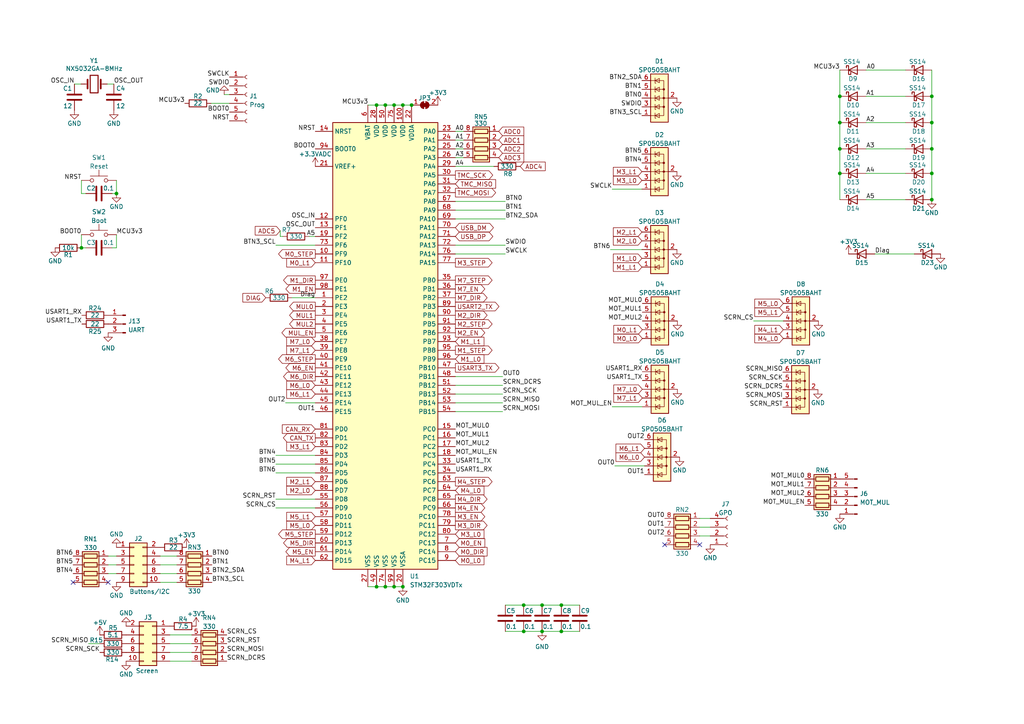
<source format=kicad_sch>
(kicad_sch (version 20211123) (generator eeschema)
  (paper "A4")
  (junction (at 151.892 175.514))
  (junction (at 23.622 71.882))
  (junction (at 243.586 27.94))
  (junction (at 270.256 43.18))
  (junction (at 157.226 183.134))
  (junction (at 109.22 170.18))
  (junction (at 116.84 170.18))
  (junction (at 111.76 30.48))
  (junction (at 119.38 30.48))
  (junction (at 157.226 175.514))
  (junction (at 243.586 43.18))
  (junction (at 243.586 35.56))
  (junction (at 109.22 30.48))
  (junction (at 270.256 35.56))
  (junction (at 114.3 30.48))
  (junction (at 162.814 175.514))
  (junction (at 111.76 170.18))
  (junction (at 114.3 170.18))
  (junction (at 33.782 56.134))
  (junction (at 270.256 57.912))
  (junction (at 270.256 50.292))
  (junction (at 151.892 183.134))
  (junction (at 270.256 27.94))
  (junction (at 162.814 183.134))
  (junction (at 243.586 50.292))
  (junction (at 116.84 30.48))
  (no_connect (at 21.209 168.91))
  (no_connect (at 31.369 168.91))
  (no_connect (at 192.786 157.988))
  (no_connect (at 202.946 157.988))
  (wire (pts (xy 270.256 35.56) (xy 270.256 43.18)))
  (wire (pts (xy 49.276 186.69) (xy 55.626 186.69)))
  (wire (pts (xy 251.206 20.32) (xy 262.636 20.32)))
  (wire (pts (xy 114.3 170.18) (xy 116.84 170.18)))
  (wire (pts (xy 84.709 86.36) (xy 91.44 86.36)))
  (wire (pts (xy 106.68 170.18) (xy 109.22 170.18)))
  (wire (pts (xy 32.512 71.882) (xy 33.782 71.882)))
  (wire (pts (xy 145.796 114.3) (xy 132.08 114.3)))
  (wire (pts (xy 46.482 163.83) (xy 51.308 163.83)))
  (wire (pts (xy 81.28 68.58) (xy 82.042 68.58)))
  (wire (pts (xy 251.206 50.292) (xy 262.636 50.292)))
  (wire (pts (xy 162.814 175.514) (xy 168.148 175.514)))
  (wire (pts (xy 80.01 134.62) (xy 91.44 134.62)))
  (wire (pts (xy 146.558 63.5) (xy 132.08 63.5)))
  (wire (pts (xy 157.226 183.134) (xy 162.814 183.134)))
  (wire (pts (xy 82.804 116.84) (xy 91.44 116.84)))
  (wire (pts (xy 243.586 50.292) (xy 243.586 57.912)))
  (wire (pts (xy 33.02 24.384) (xy 31.115 24.384)))
  (wire (pts (xy 134.493 45.72) (xy 132.08 45.72)))
  (wire (pts (xy 46.482 161.29) (xy 51.308 161.29)))
  (wire (pts (xy 23.622 56.134) (xy 23.622 52.324)))
  (wire (pts (xy 145.796 111.76) (xy 132.08 111.76)))
  (wire (pts (xy 116.84 30.48) (xy 119.38 30.48)))
  (wire (pts (xy 89.662 68.58) (xy 91.44 68.58)))
  (wire (pts (xy 251.206 57.912) (xy 262.636 57.912)))
  (wire (pts (xy 31.369 166.37) (xy 33.782 166.37)))
  (wire (pts (xy 151.892 175.514) (xy 157.226 175.514)))
  (wire (pts (xy 33.782 52.324) (xy 33.782 56.134)))
  (wire (pts (xy 65.024 27.432) (xy 66.548 27.432)))
  (wire (pts (xy 114.3 30.48) (xy 116.84 30.48)))
  (wire (pts (xy 80.01 71.12) (xy 91.44 71.12)))
  (wire (pts (xy 270.256 27.94) (xy 270.256 35.56)))
  (wire (pts (xy 251.206 43.18) (xy 262.636 43.18)))
  (wire (pts (xy 251.206 35.56) (xy 262.636 35.56)))
  (wire (pts (xy 251.206 27.94) (xy 262.636 27.94)))
  (wire (pts (xy 145.796 119.38) (xy 132.08 119.38)))
  (wire (pts (xy 134.493 43.18) (xy 132.08 43.18)))
  (wire (pts (xy 80.01 144.78) (xy 91.44 144.78)))
  (wire (pts (xy 46.482 168.91) (xy 51.308 168.91)))
  (wire (pts (xy 218.567 93.091) (xy 227.203 93.091)))
  (wire (pts (xy 109.22 30.48) (xy 111.76 30.48)))
  (wire (pts (xy 243.586 27.94) (xy 243.586 35.56)))
  (wire (pts (xy 23.622 68.072) (xy 23.622 71.882)))
  (wire (pts (xy 178.308 135.128) (xy 186.944 135.128)))
  (wire (pts (xy 49.276 184.15) (xy 55.626 184.15)))
  (wire (pts (xy 132.08 48.26) (xy 143.256 48.26)))
  (wire (pts (xy 31.369 163.83) (xy 33.782 163.83)))
  (wire (pts (xy 33.782 71.882) (xy 33.782 68.072)))
  (wire (pts (xy 202.946 152.908) (xy 205.994 152.908)))
  (wire (pts (xy 81.28 66.929) (xy 81.28 68.58)))
  (wire (pts (xy 31.369 161.29) (xy 33.782 161.29)))
  (wire (pts (xy 146.558 175.514) (xy 151.892 175.514)))
  (wire (pts (xy 253.746 73.66) (xy 265.176 73.66)))
  (wire (pts (xy 21.59 24.384) (xy 23.495 24.384)))
  (wire (pts (xy 49.276 189.23) (xy 55.626 189.23)))
  (wire (pts (xy 243.586 35.56) (xy 243.586 43.18)))
  (wire (pts (xy 151.892 183.134) (xy 157.226 183.134)))
  (wire (pts (xy 80.01 132.08) (xy 91.44 132.08)))
  (wire (pts (xy 157.226 175.514) (xy 162.814 175.514)))
  (wire (pts (xy 177.546 54.864) (xy 186.182 54.864)))
  (wire (pts (xy 202.946 150.368) (xy 205.994 150.368)))
  (wire (pts (xy 61.214 29.972) (xy 66.548 29.972)))
  (wire (pts (xy 146.558 183.134) (xy 151.892 183.134)))
  (wire (pts (xy 46.482 166.37) (xy 51.308 166.37)))
  (wire (pts (xy 177.038 72.39) (xy 186.182 72.39)))
  (wire (pts (xy 109.22 170.18) (xy 111.76 170.18)))
  (wire (pts (xy 23.622 71.882) (xy 24.892 71.882)))
  (wire (pts (xy 132.08 73.66) (xy 146.558 73.66)))
  (wire (pts (xy 202.946 155.448) (xy 205.994 155.448)))
  (wire (pts (xy 134.493 40.64) (xy 132.08 40.64)))
  (wire (pts (xy 177.546 117.983) (xy 186.309 117.983)))
  (wire (pts (xy 146.558 58.42) (xy 132.08 58.42)))
  (wire (pts (xy 270.256 20.32) (xy 270.256 27.94)))
  (wire (pts (xy 134.493 38.1) (xy 132.08 38.1)))
  (wire (pts (xy 270.256 50.292) (xy 270.256 57.912)))
  (wire (pts (xy 33.782 56.134) (xy 32.512 56.134)))
  (wire (pts (xy 132.08 71.12) (xy 146.558 71.12)))
  (wire (pts (xy 111.76 170.18) (xy 114.3 170.18)))
  (wire (pts (xy 145.796 116.84) (xy 132.08 116.84)))
  (wire (pts (xy 111.76 30.48) (xy 114.3 30.48)))
  (wire (pts (xy 49.276 191.77) (xy 55.626 191.77)))
  (wire (pts (xy 243.586 20.32) (xy 243.586 27.94)))
  (wire (pts (xy 25.654 186.69) (xy 28.956 186.69)))
  (wire (pts (xy 80.01 147.32) (xy 91.44 147.32)))
  (wire (pts (xy 80.01 137.16) (xy 91.44 137.16)))
  (wire (pts (xy 145.796 109.22) (xy 132.08 109.22)))
  (wire (pts (xy 106.68 30.48) (xy 109.22 30.48)))
  (wire (pts (xy 162.814 183.134) (xy 168.148 183.134)))
  (wire (pts (xy 24.892 56.134) (xy 23.622 56.134)))
  (wire (pts (xy 270.256 43.18) (xy 270.256 50.292)))
  (wire (pts (xy 146.558 60.96) (xy 132.08 60.96)))
  (wire (pts (xy 243.586 43.18) (xy 243.586 50.292)))
  (label "BTN0" (at 146.558 58.42 0))
  (label "MCU3v3" (at 53.594 29.972 180))
  (label "USART1_TX" (at 132.08 134.62 0))
  (label "SCRN_MOSI" (at 65.786 189.23 0))
  (label "MOT_MUL1" (at 186.309 90.551 180))
  (label "BTN3_SCL" (at 80.01 71.12 180))
  (label "USART1_RX" (at 23.749 91.44 180))
  (label "SCRN_RST" (at 227.076 118.11 180))
  (label "A5" (at 91.44 68.58 180))
  (label "BTN5" (at 21.209 163.83 180))
  (label "BTN2_SDA" (at 186.182 23.368 180))
  (label "OUT0" (at 178.308 135.128 180))
  (label "NRST" (at 91.44 38.1 180))
  (label "BTN5" (at 80.01 134.62 180))
  (label "USART1_RX" (at 186.309 107.823 180))
  (label "SCRN_SCK" (at 28.956 189.23 180))
  (label "MOT_MUL_EN" (at 233.426 146.558 180))
  (label "BTN4" (at 21.209 166.37 180))
  (label "BTN0" (at 186.182 28.448 180))
  (label "SCRN_SCK" (at 145.796 114.3 0))
  (label "SCRN_DCRS" (at 227.076 113.03 180))
  (label "SWCLK" (at 177.546 54.864 180))
  (label "A0" (at 132.08 38.1 0))
  (label "BTN1" (at 146.558 60.96 0))
  (label "OSC_IN" (at 91.44 63.5 180))
  (label "MOT_MUL2" (at 186.309 93.091 180))
  (label "BTN1" (at 61.468 163.83 0))
  (label "BOOT0" (at 23.622 68.072 180))
  (label "BTN4" (at 80.01 132.08 180))
  (label "A4" (at 251.206 50.292 0))
  (label "SWCLK" (at 66.548 22.352 180))
  (label "BTN1" (at 186.182 25.908 180))
  (label "SCRN_MISO" (at 227.076 107.95 180))
  (label "A1" (at 251.206 27.94 0))
  (label "MOT_MUL1" (at 132.08 127 0))
  (label "SCRN_DCRS" (at 65.786 191.77 0))
  (label "SWCLK" (at 146.558 73.66 0))
  (label "OUT1" (at 186.944 137.668 180))
  (label "MOT_MUL0" (at 186.309 88.011 180))
  (label "SCRN_RST" (at 65.786 186.69 0))
  (label "NRST" (at 66.548 35.052 180))
  (label "Diag" (at 91.44 86.36 180))
  (label "BTN3_SCL" (at 186.182 33.528 180))
  (label "BTN5" (at 186.182 44.704 180))
  (label "MCU3v3" (at 243.586 20.32 180))
  (label "Diag" (at 253.746 73.66 0))
  (label "MOT_MUL2" (at 233.426 144.018 180))
  (label "SCRN_MOSI" (at 227.076 115.57 180))
  (label "BTN2_SDA" (at 61.468 166.37 0))
  (label "OUT0" (at 145.796 109.22 0))
  (label "OSC_IN" (at 21.59 24.384 180))
  (label "SCRN_CS" (at 80.01 147.32 180))
  (label "SCRN_CS" (at 65.786 184.15 0))
  (label "SCRN_MISO" (at 145.796 116.84 0))
  (label "A0" (at 251.333 20.32 0))
  (label "MCU3v3" (at 106.807 30.48 180))
  (label "OSC_OUT" (at 91.44 66.04 180))
  (label "MOT_MUL_EN" (at 132.08 132.08 0))
  (label "OUT2" (at 82.804 116.84 180))
  (label "A3" (at 132.08 45.72 0))
  (label "SCRN_MISO" (at 25.654 186.69 180))
  (label "BTN3_SCL" (at 61.468 168.91 0))
  (label "USART1_TX" (at 23.749 93.98 180))
  (label "A1" (at 132.08 40.64 0))
  (label "SCRN_MOSI" (at 145.796 119.38 0))
  (label "OUT2" (at 192.786 155.448 180))
  (label "SWDIO" (at 146.558 71.12 0))
  (label "USART1_RX" (at 132.08 137.16 0))
  (label "SWDIO" (at 186.182 30.988 180))
  (label "MOT_MUL1" (at 233.426 141.478 180))
  (label "SCRN_SCK" (at 227.076 110.49 180))
  (label "MOT_MUL_EN" (at 177.546 117.983 180))
  (label "BTN0" (at 61.468 161.29 0))
  (label "MCU3v3" (at 33.782 68.072 0))
  (label "BOOT0" (at 91.44 43.18 180))
  (label "BOOT0" (at 66.548 32.512 180))
  (label "OUT1" (at 91.44 119.38 180))
  (label "BTN2_SDA" (at 146.558 63.5 0))
  (label "OUT2" (at 186.944 127.508 180))
  (label "SCRN_CS" (at 218.567 93.091 180))
  (label "BTN6" (at 21.209 161.29 180))
  (label "SCRN_DCRS" (at 145.796 111.76 0))
  (label "SWDIO" (at 66.548 24.892 180))
  (label "OUT1" (at 192.786 152.908 180))
  (label "OSC_OUT" (at 33.02 24.384 0))
  (label "A5" (at 251.206 57.912 0))
  (label "OUT0" (at 192.786 150.368 180))
  (label "USART1_TX" (at 186.309 110.363 180))
  (label "SCRN_RST" (at 80.01 144.78 180))
  (label "BTN6" (at 177.038 72.39 180))
  (label "BTN6" (at 80.01 137.16 180))
  (label "MOT_MUL0" (at 132.08 124.46 0))
  (label "MOT_MUL0" (at 233.426 138.938 180))
  (label "MOT_MUL2" (at 132.08 129.54 0))
  (label "BTN4" (at 186.182 47.244 180))
  (label "A4" (at 132.08 48.26 0))
  (label "A2" (at 132.08 43.18 0))
  (label "A2" (at 251.206 35.56 0))
  (label "NRST" (at 23.622 52.324 180))
  (label "A3" (at 251.206 43.18 0))
  (global_label "M0_L0" (shape input) (at 186.309 98.171 180) (property "Intersheet References" "${INTERSHEET_REFS}" (effects hide)))
  (global_label "M4_L0" (shape input) (at 132.08 142.24 0) (property "Intersheet References" "${INTERSHEET_REFS}" (effects hide)))
  (global_label "M1_DIR" (shape output) (at 91.44 81.28 180) (property "Intersheet References" "${INTERSHEET_REFS}" (effects hide)))
  (global_label "M5_L0" (shape input) (at 91.44 152.4 180) (property "Intersheet References" "${INTERSHEET_REFS}" (effects hide)))
  (global_label "M5_L1" (shape input) (at 227.203 90.551 180) (property "Intersheet References" "${INTERSHEET_REFS}" (effects hide)))
  (global_label "MUL1" (shape output) (at 91.44 91.44 180) (property "Intersheet References" "${INTERSHEET_REFS}" (effects hide)))
  (global_label "M2_L0" (shape input) (at 91.44 142.24 180) (property "Intersheet References" "${INTERSHEET_REFS}" (effects hide)))
  (global_label "M7_EN" (shape output) (at 132.08 83.82 0) (property "Intersheet References" "${INTERSHEET_REFS}" (effects hide)))
  (global_label "M5_EN" (shape output) (at 91.44 160.02 180) (property "Intersheet References" "${INTERSHEET_REFS}" (effects hide)))
  (global_label "DIAG" (shape input) (at 77.089 86.36 180) (property "Intersheet References" "${INTERSHEET_REFS}" (effects hide)))
  (global_label "M1_L1" (shape input) (at 186.182 77.47 180) (property "Intersheet References" "${INTERSHEET_REFS}" (effects hide)))
  (global_label "TMC_MISO" (shape input) (at 132.08 53.34 0) (property "Intersheet References" "${INTERSHEET_REFS}" (effects hide)))
  (global_label "CAN_RX" (shape input) (at 91.44 124.46 180) (property "Intersheet References" "${INTERSHEET_REFS}" (effects hide)))
  (global_label "M6_L0" (shape input) (at 186.944 132.588 180) (property "Intersheet References" "${INTERSHEET_REFS}" (effects hide)))
  (global_label "M3_L0" (shape input) (at 186.182 52.324 180) (property "Intersheet References" "${INTERSHEET_REFS}" (effects hide)))
  (global_label "M0_EN" (shape input) (at 132.08 157.48 0) (property "Intersheet References" "${INTERSHEET_REFS}" (effects hide)))
  (global_label "M6_L1" (shape input) (at 91.44 114.3 180) (property "Intersheet References" "${INTERSHEET_REFS}" (effects hide)))
  (global_label "M5_DIR" (shape output) (at 91.44 157.48 180) (property "Intersheet References" "${INTERSHEET_REFS}" (effects hide)))
  (global_label "M3_EN" (shape output) (at 132.08 149.86 0) (property "Intersheet References" "${INTERSHEET_REFS}" (effects hide)))
  (global_label "M7_L1" (shape input) (at 91.44 101.6 180) (property "Intersheet References" "${INTERSHEET_REFS}" (effects hide)))
  (global_label "M0_STEP" (shape output) (at 91.44 73.66 180) (property "Intersheet References" "${INTERSHEET_REFS}" (effects hide)))
  (global_label "ADC4" (shape input) (at 150.876 48.26 0) (property "Intersheet References" "${INTERSHEET_REFS}" (effects hide)))
  (global_label "M7_L0" (shape input) (at 186.309 112.903 180) (property "Intersheet References" "${INTERSHEET_REFS}" (effects hide)))
  (global_label "M2_L0" (shape input) (at 186.182 69.85 180) (property "Intersheet References" "${INTERSHEET_REFS}" (effects hide)))
  (global_label "M1_L1" (shape input) (at 132.08 99.06 0) (property "Intersheet References" "${INTERSHEET_REFS}" (effects hide)))
  (global_label "ADC2" (shape input) (at 144.653 43.18 0) (property "Intersheet References" "${INTERSHEET_REFS}" (effects hide)))
  (global_label "M7_STEP" (shape output) (at 132.08 81.28 0) (property "Intersheet References" "${INTERSHEET_REFS}" (effects hide)))
  (global_label "M6_L1" (shape input) (at 186.944 130.048 180) (property "Intersheet References" "${INTERSHEET_REFS}" (effects hide)))
  (global_label "MUL0" (shape output) (at 91.44 88.9 180) (property "Intersheet References" "${INTERSHEET_REFS}" (effects hide)))
  (global_label "M2_L1" (shape input) (at 186.182 67.31 180) (property "Intersheet References" "${INTERSHEET_REFS}" (effects hide)))
  (global_label "M0_DIR" (shape input) (at 132.08 160.02 0) (property "Intersheet References" "${INTERSHEET_REFS}" (effects hide)))
  (global_label "M1_EN" (shape output) (at 91.44 83.82 180) (property "Intersheet References" "${INTERSHEET_REFS}" (effects hide)))
  (global_label "M2_L1" (shape input) (at 91.44 139.7 180) (property "Intersheet References" "${INTERSHEET_REFS}" (effects hide)))
  (global_label "M2_EN" (shape output) (at 132.08 96.52 0) (property "Intersheet References" "${INTERSHEET_REFS}" (effects hide)))
  (global_label "M2_DIR" (shape output) (at 132.08 91.44 0) (property "Intersheet References" "${INTERSHEET_REFS}" (effects hide)))
  (global_label "M3_L1" (shape input) (at 91.44 129.54 180) (property "Intersheet References" "${INTERSHEET_REFS}" (effects hide)))
  (global_label "M4_L0" (shape input) (at 227.203 98.171 180) (property "Intersheet References" "${INTERSHEET_REFS}" (effects hide)))
  (global_label "M0_L1" (shape input) (at 91.44 76.2 180) (property "Intersheet References" "${INTERSHEET_REFS}" (effects hide)))
  (global_label "M6_DIR" (shape output) (at 91.44 109.22 180) (property "Intersheet References" "${INTERSHEET_REFS}" (effects hide)))
  (global_label "MUL_EN" (shape output) (at 91.44 96.52 180) (property "Intersheet References" "${INTERSHEET_REFS}" (effects hide)))
  (global_label "USB_DM" (shape bidirectional) (at 132.08 66.04 0) (property "Intersheet References" "${INTERSHEET_REFS}" (effects hide)))
  (global_label "M3_L0" (shape input) (at 132.08 154.94 0) (property "Intersheet References" "${INTERSHEET_REFS}" (effects hide)))
  (global_label "M4_STEP" (shape output) (at 132.08 139.7 0) (property "Intersheet References" "${INTERSHEET_REFS}" (effects hide)))
  (global_label "USART3_TX" (shape output) (at 132.08 106.68 0) (property "Intersheet References" "${INTERSHEET_REFS}" (effects hide)))
  (global_label "M4_L1" (shape input) (at 227.203 95.631 180) (property "Intersheet References" "${INTERSHEET_REFS}" (effects hide)))
  (global_label "TMC_SCK" (shape output) (at 132.08 50.8 0) (property "Intersheet References" "${INTERSHEET_REFS}" (effects hide)))
  (global_label "ADC0" (shape input) (at 144.653 38.1 0) (property "Intersheet References" "${INTERSHEET_REFS}" (effects hide)))
  (global_label "M0_L1" (shape input) (at 186.309 95.631 180) (property "Intersheet References" "${INTERSHEET_REFS}" (effects hide)))
  (global_label "M5_STEP" (shape output) (at 91.44 154.94 180) (property "Intersheet References" "${INTERSHEET_REFS}" (effects hide)))
  (global_label "M4_L1" (shape input) (at 91.44 162.56 180) (property "Intersheet References" "${INTERSHEET_REFS}" (effects hide)))
  (global_label "ADC1" (shape input) (at 144.653 40.64 0) (property "Intersheet References" "${INTERSHEET_REFS}" (effects hide)))
  (global_label "M4_DIR" (shape output) (at 132.08 144.78 0) (property "Intersheet References" "${INTERSHEET_REFS}" (effects hide)))
  (global_label "M5_L1" (shape input) (at 91.44 149.86 180) (property "Intersheet References" "${INTERSHEET_REFS}" (effects hide)))
  (global_label "CAN_TX" (shape output) (at 91.44 127 180) (property "Intersheet References" "${INTERSHEET_REFS}" (effects hide)))
  (global_label "TMC_MOSI" (shape output) (at 132.08 55.88 0) (property "Intersheet References" "${INTERSHEET_REFS}" (effects hide)))
  (global_label "M2_STEP" (shape output) (at 132.08 93.98 0) (property "Intersheet References" "${INTERSHEET_REFS}" (effects hide)))
  (global_label "M7_DIR" (shape output) (at 132.08 86.36 0) (property "Intersheet References" "${INTERSHEET_REFS}" (effects hide)))
  (global_label "MUL2" (shape output) (at 91.44 93.98 180) (property "Intersheet References" "${INTERSHEET_REFS}" (effects hide)))
  (global_label "M5_L0" (shape input) (at 227.203 88.011 180) (property "Intersheet References" "${INTERSHEET_REFS}" (effects hide)))
  (global_label "M1_STEP" (shape output) (at 132.08 101.6 0) (property "Intersheet References" "${INTERSHEET_REFS}" (effects hide)))
  (global_label "M0_L0" (shape input) (at 132.08 162.56 0) (property "Intersheet References" "${INTERSHEET_REFS}" (effects hide)))
  (global_label "M7_L0" (shape input) (at 91.44 99.06 180) (property "Intersheet References" "${INTERSHEET_REFS}" (effects hide)))
  (global_label "M6_STEP" (shape output) (at 91.44 104.14 180) (property "Intersheet References" "${INTERSHEET_REFS}" (effects hide)))
  (global_label "USB_DP" (shape bidirectional) (at 132.08 68.58 0) (property "Intersheet References" "${INTERSHEET_REFS}" (effects hide)))
  (global_label "M4_EN" (shape output) (at 132.08 147.32 0) (property "Intersheet References" "${INTERSHEET_REFS}" (effects hide)))
  (global_label "M7_L1" (shape input) (at 186.309 115.443 180) (property "Intersheet References" "${INTERSHEET_REFS}" (effects hide)))
  (global_label "M3_L1" (shape input) (at 186.182 49.784 180) (property "Intersheet References" "${INTERSHEET_REFS}" (effects hide)))
  (global_label "M3_STEP" (shape output) (at 132.08 76.2 0) (property "Intersheet References" "${INTERSHEET_REFS}" (effects hide)))
  (global_label "ADC5" (shape input) (at 81.28 66.929 180) (property "Intersheet References" "${INTERSHEET_REFS}" (effects hide)))
  (global_label "M1_L0" (shape input) (at 186.182 74.93 180) (property "Intersheet References" "${INTERSHEET_REFS}" (effects hide)))
  (global_label "ADC3" (shape input) (at 144.653 45.72 0) (property "Intersheet References" "${INTERSHEET_REFS}" (effects hide)))
  (global_label "M6_EN" (shape output) (at 91.44 106.68 180) (property "Intersheet References" "${INTERSHEET_REFS}" (effects hide)))
  (global_label "USART2_TX" (shape output) (at 132.08 88.9 0) (property "Intersheet References" "${INTERSHEET_REFS}" (effects hide)))
  (global_label "M1_L0" (shape input) (at 132.08 104.14 0) (property "Intersheet References" "${INTERSHEET_REFS}" (effects hide)))
  (global_label "M6_L0" (shape input) (at 91.44 111.76 180) (property "Intersheet References" "${INTERSHEET_REFS}" (effects hide)))
  (global_label "M3_DIR" (shape output) (at 132.08 152.4 0) (property "Intersheet References" "${INTERSHEET_REFS}" (effects hide)))
  (symbol (lib_id "Device:C") (at 157.226 179.324 0) (unit 1)
    (property "Reference" "C7" (at 157.48 177.165 0) (effects (justify left)))
    (property "Value" "0.1" (at 157.353 181.737 0) (effects (justify left)))
    (property "Footprint" "Capacitor_SMD:C_0603_1608Metric_Pad1.08x0.95mm_HandSolder" (effects hide))
  )
  (symbol (lib_id "stm32-rescue:GND") (at 36.576 181.61 180) (unit 1)
    (property "Reference" "#PWR0111" (effects hide))
    (property "Value" "GND" (at 36.576 177.8 0))
  )
  (symbol (lib_id "Device:R") (at 32.766 189.23 90) (unit 1)
    (property "Reference" "R14" (at 32.512 191.262 90))
    (property "Value" "330" (at 32.766 189.23 90))
    (property "Footprint" "Resistor_SMD:R_0603_1608Metric_Pad0.98x0.95mm_HandSolder" (effects hide))
  )
  (symbol (lib_id "Connector:Conn_01x06_Female") (at 71.628 27.432 0) (unit 1)
    (property "Reference" "J1" (at 72.3392 27.8673 0) (effects (justify left)))
    (property "Value" "Prog" (at 72.3392 30.4042 0) (effects (justify left)))
    (property "Footprint" "Connector_PinSocket_1.27mm:PinSocket_1x06_P1.27mm_Vertical" (effects hide))
  )
  (symbol (lib_id "Device:R") (at 57.404 29.972 90) (unit 1)
    (property "Reference" "R2" (at 57.404 27.94 90))
    (property "Value" "22" (at 57.404 29.972 90))
    (property "Footprint" "Resistor_SMD:R_0603_1608Metric_Pad0.98x0.95mm_HandSolder" (effects hide))
  )
  (symbol (lib_id "Device:R_Pack04") (at 238.506 144.018 90) (mirror x) (unit 1)
    (property "Reference" "RN6" (at 238.506 136.398 90))
    (property "Value" "330" (at 238.506 149.098 90))
    (property "Footprint" "Resistor_SMD:R_Array_Convex_4x0603" (effects hide))
  )
  (symbol (lib_id "power:GND") (at 116.84 170.18 0) (unit 1)
    (property "Reference" "#PWR07" (effects hide))
    (property "Value" "GND" (at 116.84 174.117 0))
  )
  (symbol (lib_id "power:+5V") (at 28.956 184.15 0) (unit 1)
    (property "Reference" "#PWR0116" (effects hide))
    (property "Value" "+5V" (at 28.956 180.5742 0))
  )
  (symbol (lib_id "Device:D_Schottky") (at 266.446 35.56 0) (unit 1)
    (property "Reference" "D18" (at 266.446 38.1 0))
    (property "Value" "SS14" (at 266.1285 33.1271 0))
    (property "Footprint" "Diode_SMD:D_SOD-323_HandSoldering" (effects hide))
  )
  (symbol (lib_id "power:+3V3") (at 127 30.48 0) (unit 1)
    (property "Reference" "#PWR08" (effects hide))
    (property "Value" "+3V3" (at 127 26.9042 0))
  )
  (symbol (lib_id "MCU_ST_STM32F3:STM32F303VDTx") (at 111.76 99.06 0) (unit 1)
    (property "Reference" "U1" (at 118.8594 167.1304 0) (effects (justify left)))
    (property "Value" "STM32F303VDTx" (at 118.8594 169.6673 0) (effects (justify left)))
    (property "Footprint" "Package_QFP:LQFP-100_14x14mm_P0.5mm" (effects hide))
    (property "Datasheet" "http://www.st.com/st-web-ui/static/active/en/resource/technical/document/datasheet/DM00118585.pdf" (effects hide))
  )
  (symbol (lib_id "Connector:Conn_01x04_Female") (at 211.074 155.448 0) (mirror x) (unit 1)
    (property "Reference" "J7" (at 210.439 146.211 0))
    (property "Value" "GPO" (at 210.439 148.7479 0))
    (property "Footprint" "Connector_JST:JST_PH_B4B-PH-K_1x04_P2.00mm_Vertical" (effects hide))
  )
  (symbol (lib_id "Device:D_Schottky") (at 247.396 43.18 0) (unit 1)
    (property "Reference" "D12" (at 247.396 45.72 0))
    (property "Value" "SS14" (at 247.0785 40.7471 0))
    (property "Footprint" "Diode_SMD:D_SOD-323_HandSoldering" (effects hide))
  )
  (symbol (lib_id "Device:C") (at 162.814 179.324 0) (unit 1)
    (property "Reference" "C8" (at 163.068 177.165 0) (effects (justify left)))
    (property "Value" "0.1" (at 162.941 181.737 0) (effects (justify left)))
    (property "Footprint" "Capacitor_SMD:C_0603_1608Metric_Pad1.08x0.95mm_HandSolder" (effects hide))
  )
  (symbol (lib_id "Device:R") (at 53.086 181.61 90) (unit 1)
    (property "Reference" "R4" (at 53.086 179.578 90))
    (property "Value" "7.5" (at 53.086 181.61 90))
    (property "Footprint" "Resistor_SMD:R_0603_1608Metric_Pad0.98x0.95mm_HandSolder" (effects hide))
  )
  (symbol (lib_id "Switch:SW_Push") (at 28.702 52.324 0) (unit 1)
    (property "Reference" "SW1" (at 28.702 45.7032 0))
    (property "Value" "Reset" (at 28.702 48.2401 0))
    (property "Footprint" "Button_Switch_SMD:SW_SPST_FSMSM" (effects hide))
  )
  (symbol (lib_id "stm32-rescue:GND") (at 197.104 132.588 0) (unit 1)
    (property "Reference" "#PWR0110" (effects hide))
    (property "Value" "GND" (at 197.104 136.398 0))
  )
  (symbol (lib_id "Device:D_Schottky") (at 249.936 73.66 0) (unit 1)
    (property "Reference" "D15" (at 249.936 76.2 0))
    (property "Value" "SS14" (at 249.6185 71.2271 0))
    (property "Footprint" "Diode_SMD:D_SOD-323_HandSoldering" (effects hide))
  )
  (symbol (lib_id "stm32-rescue:GND") (at 237.236 113.03 0) (unit 1)
    (property "Reference" "#PWR0106" (effects hide))
    (property "Value" "GND" (at 237.236 116.84 0))
  )
  (symbol (lib_id "Device:R_Pack04") (at 139.573 43.18 90) (mirror x) (unit 1)
    (property "Reference" "RN5" (at 139.446 33.909 90))
    (property "Value" "330" (at 139.446 35.814 90))
    (property "Footprint" "Resistor_SMD:R_Array_Convex_4x0603" (effects hide))
  )
  (symbol (lib_id "Connector_Generic:Conn_02x05_Odd_Even") (at 44.196 186.69 0) (mirror y) (unit 1)
    (property "Reference" "J3" (at 42.926 179.07 0))
    (property "Value" "Screen" (at 42.672 194.564 0))
    (property "Footprint" "Connector_IDC:IDC-Header_2x05_P2.54mm_Vertical" (effects hide))
  )
  (symbol (lib_id "stm32-rescue:GND") (at 205.994 157.988 0) (unit 1)
    (property "Reference" "#PWR015" (effects hide))
    (property "Value" "GND" (at 205.994 161.798 0))
  )
  (symbol (lib_id "power:GND") (at 65.024 27.432 180) (unit 1)
    (property "Reference" "#PWR012" (effects hide))
    (property "Value" "GND" (at 59.69 26.162 0) (effects (justify right)))
  )
  (symbol (lib_id "Device:R") (at 50.292 158.75 90) (unit 1)
    (property "Reference" "R3" (at 50.292 156.718 90))
    (property "Value" "22" (at 50.292 158.75 90))
    (property "Footprint" "Resistor_SMD:R_0603_1608Metric_Pad0.98x0.95mm_HandSolder" (effects hide))
  )
  (symbol (lib_id "Device:R_Pack04") (at 197.866 155.448 90) (mirror x) (unit 1)
    (property "Reference" "RN2" (at 197.866 147.828 90))
    (property "Value" "330" (at 197.866 160.528 90))
    (property "Footprint" "Resistor_SMD:R_Array_Convex_4x0603" (effects hide))
  )
  (symbol (lib_id "power:GND") (at 31.369 96.52 0) (unit 1)
    (property "Reference" "#PWR042" (effects hide))
    (property "Value" "GND" (at 31.369 100.9634 0))
  )
  (symbol (lib_id "power:+3V3") (at 246.126 73.66 0) (unit 1)
    (property "Reference" "#PWR0103" (effects hide))
    (property "Value" "+3V3" (at 246.126 70.0842 0))
  )
  (symbol (lib_id "stm32-rescue:GND") (at 33.782 158.75 180) (unit 1)
    (property "Reference" "#PWR0112" (effects hide))
    (property "Value" "GND" (at 33.782 154.94 0))
  )
  (symbol (lib_id "Power_Protection:SP0505BAHT") (at 232.283 93.091 90) (unit 1)
    (property "Reference" "D8" (at 232.283 82.4062 90))
    (property "Value" "SP0505BAHT" (at 232.283 84.9431 90))
    (property "Footprint" "Package_TO_SOT_SMD:SOT-23-6" (effects hide))
    (property "Datasheet" "http://www.littelfuse.com/~/media/files/littelfuse/technical%20resources/documents/data%20sheets/sp05xxba.pdf" (effects hide))
  )
  (symbol (lib_id "Device:R_Pack04") (at 56.388 166.37 90) (mirror x) (unit 1)
    (property "Reference" "RN3" (at 56.388 158.75 90))
    (property "Value" "330" (at 56.388 171.45 90))
    (property "Footprint" "Resistor_SMD:R_Array_Convex_4x0603" (effects hide))
  )
  (symbol (lib_id "Device:C") (at 28.702 71.882 90) (unit 1)
    (property "Reference" "C3" (at 26.416 70.358 90))
    (property "Value" "0.1" (at 31.496 70.358 90))
    (property "Footprint" "Capacitor_SMD:C_0603_1608Metric_Pad1.08x0.95mm_HandSolder" (effects hide))
  )
  (symbol (lib_id "Device:C") (at 168.148 179.324 0) (unit 1)
    (property "Reference" "C9" (at 168.402 177.165 0) (effects (justify left)))
    (property "Value" "0.1" (at 168.275 181.737 0) (effects (justify left)))
    (property "Footprint" "Capacitor_SMD:C_0603_1608Metric_Pad1.08x0.95mm_HandSolder" (effects hide))
  )
  (symbol (lib_id "power:GND") (at 157.226 183.134 0) (unit 1)
    (property "Reference" "#PWR011" (effects hide))
    (property "Value" "GND" (at 157.226 187.5774 0))
  )
  (symbol (lib_id "Device:C") (at 28.702 56.134 90) (unit 1)
    (property "Reference" "C2" (at 26.416 54.61 90))
    (property "Value" "0.1" (at 31.496 54.61 90))
    (property "Footprint" "Capacitor_SMD:C_0603_1608Metric_Pad1.08x0.95mm_HandSolder" (effects hide))
  )
  (symbol (lib_id "Device:D_Schottky") (at 266.446 57.912 0) (unit 1)
    (property "Reference" "D21" (at 266.446 60.452 0))
    (property "Value" "SS14" (at 266.1285 55.4791 0))
    (property "Footprint" "Diode_SMD:D_SOD-323_HandSoldering" (effects hide))
  )
  (symbol (lib_id "Power_Protection:SP0505BAHT") (at 191.389 112.903 90) (unit 1)
    (property "Reference" "D5" (at 191.389 102.2182 90))
    (property "Value" "SP0505BAHT" (at 191.389 104.7551 90))
    (property "Footprint" "Package_TO_SOT_SMD:SOT-23-6" (effects hide))
    (property "Datasheet" "http://www.littelfuse.com/~/media/files/littelfuse/technical%20resources/documents/data%20sheets/sp05xxba.pdf" (effects hide))
  )
  (symbol (lib_id "Device:D_Schottky") (at 247.396 35.56 0) (unit 1)
    (property "Reference" "D11" (at 247.396 38.1 0))
    (property "Value" "SS14" (at 247.0785 33.1271 0))
    (property "Footprint" "Diode_SMD:D_SOD-323_HandSoldering" (effects hide))
  )
  (symbol (lib_id "stm32-rescue:GND") (at 196.469 112.903 0) (unit 1)
    (property "Reference" "#PWR0109" (effects hide))
    (property "Value" "GND" (at 196.469 116.713 0))
  )
  (symbol (lib_id "stm32-rescue:GND") (at 237.363 93.091 0) (unit 1)
    (property "Reference" "#PWR0105" (effects hide))
    (property "Value" "GND" (at 237.363 96.901 0))
  )
  (symbol (lib_id "stm32-rescue:GND") (at 33.782 56.134 0) (unit 1)
    (property "Reference" "#PWR03" (effects hide))
    (property "Value" "GND" (at 33.782 59.944 0))
  )
  (symbol (lib_id "Device:D_Schottky") (at 266.446 20.32 0) (unit 1)
    (property "Reference" "D16" (at 266.446 22.86 0))
    (property "Value" "SS14" (at 266.1285 17.8871 0))
    (property "Footprint" "Diode_SMD:D_SOD-323_HandSoldering" (effects hide))
  )
  (symbol (lib_id "Switch:SW_Push") (at 28.702 68.072 0) (unit 1)
    (property "Reference" "SW2" (at 28.702 61.4512 0))
    (property "Value" "Boot" (at 28.702 63.9881 0))
    (property "Footprint" "Button_Switch_SMD:SW_SPST_FSMSM" (effects hide))
  )
  (symbol (lib_id "stm32-rescue:GND") (at 16.002 71.882 0) (unit 1)
    (property "Reference" "#PWR01" (effects hide))
    (property "Value" "GND" (at 16.002 75.692 0))
  )
  (symbol (lib_id "Power_Protection:SP0505BAHT") (at 232.156 113.03 90) (unit 1)
    (property "Reference" "D7" (at 232.156 102.3452 90))
    (property "Value" "SP0505BAHT" (at 232.156 104.8821 90))
    (property "Footprint" "Package_TO_SOT_SMD:SOT-23-6" (effects hide))
    (property "Datasheet" "http://www.littelfuse.com/~/media/files/littelfuse/technical%20resources/documents/data%20sheets/sp05xxba.pdf" (effects hide))
  )
  (symbol (lib_id "Power_Protection:SP0505BAHT") (at 191.262 49.784 90) (unit 1)
    (property "Reference" "D2" (at 191.262 39.0992 90))
    (property "Value" "SP0505BAHT" (at 191.262 41.6361 90))
    (property "Footprint" "Package_TO_SOT_SMD:SOT-23-6" (effects hide))
    (property "Datasheet" "http://www.littelfuse.com/~/media/files/littelfuse/technical%20resources/documents/data%20sheets/sp05xxba.pdf" (effects hide))
  )
  (symbol (lib_id "Connector:Conn_01x03_Male") (at 36.449 93.98 0) (mirror y) (unit 1)
    (property "Reference" "J13" (at 37.1602 93.1453 0) (effects (justify right)))
    (property "Value" "UART" (at 37.1602 95.6822 0) (effects (justify right)))
    (property "Footprint" "Connector_JST:JST_PH_B3B-PH-K_1x03_P2.00mm_Vertical" (effects hide))
  )
  (symbol (lib_id "Device:D_Schottky") (at 266.446 27.94 0) (unit 1)
    (property "Reference" "D17" (at 266.446 30.48 0))
    (property "Value" "SS14" (at 266.1285 25.5071 0))
    (property "Footprint" "Diode_SMD:D_SOD-323_HandSoldering" (effects hide))
  )
  (symbol (lib_id "Power_Protection:SP0505BAHT") (at 191.262 28.448 90) (unit 1)
    (property "Reference" "D1" (at 191.262 17.7632 90))
    (property "Value" "SP0505BAHT" (at 191.262 20.3001 90))
    (property "Footprint" "Package_TO_SOT_SMD:SOT-23-6" (effects hide))
    (property "Datasheet" "http://www.littelfuse.com/~/media/files/littelfuse/technical%20resources/documents/data%20sheets/sp05xxba.pdf" (effects hide))
  )
  (symbol (lib_id "stm32-rescue:GND") (at 21.59 32.004 0) (unit 1)
    (property "Reference" "#PWR02" (effects hide))
    (property "Value" "GND" (at 21.59 35.814 0))
  )
  (symbol (lib_id "Power_Protection:SP0505BAHT") (at 191.389 93.091 90) (unit 1)
    (property "Reference" "D4" (at 191.389 82.4062 90))
    (property "Value" "SP0505BAHT" (at 191.389 84.9431 90))
    (property "Footprint" "Package_TO_SOT_SMD:SOT-23-6" (effects hide))
    (property "Datasheet" "http://www.littelfuse.com/~/media/files/littelfuse/technical%20resources/documents/data%20sheets/sp05xxba.pdf" (effects hide))
  )
  (symbol (lib_id "Device:R") (at 32.766 184.15 90) (unit 1)
    (property "Reference" "R5" (at 32.766 182.118 90))
    (property "Value" "5.1" (at 32.766 184.15 90))
    (property "Footprint" "Resistor_SMD:R_0603_1608Metric_Pad0.98x0.95mm_HandSolder" (effects hide))
  )
  (symbol (lib_id "Device:R") (at 147.066 48.26 90) (unit 1)
    (property "Reference" "R8" (at 147.32 50.419 90))
    (property "Value" "330" (at 147.066 48.26 90))
    (property "Footprint" "Resistor_SMD:R_0603_1608Metric_Pad0.98x0.95mm_HandSolder" (effects hide))
  )
  (symbol (lib_id "Connector_Generic:Conn_02x05_Odd_Even") (at 38.862 163.83 0) (unit 1)
    (property "Reference" "J2" (at 40.132 156.21 0))
    (property "Value" "Buttons/I2C" (at 43.434 171.577 0))
    (property "Footprint" "Connector_IDC:IDC-Header_2x05_P2.54mm_Vertical" (effects hide))
  )
  (symbol (lib_id "stm32-rescue:GND") (at 36.576 191.77 0) (unit 1)
    (property "Reference" "#PWR0115" (effects hide))
    (property "Value" "GND" (at 36.576 195.58 0))
  )
  (symbol (lib_id "Device:C") (at 151.892 179.324 0) (unit 1)
    (property "Reference" "C6" (at 152.146 177.165 0) (effects (justify left)))
    (property "Value" "0.1" (at 152.019 181.737 0) (effects (justify left)))
    (property "Footprint" "Capacitor_SMD:C_0603_1608Metric_Pad1.08x0.95mm_HandSolder" (effects hide))
  )
  (symbol (lib_id "stm32-rescue:GND") (at 196.469 93.091 0) (unit 1)
    (property "Reference" "#PWR0108" (effects hide))
    (property "Value" "GND" (at 196.469 96.901 0))
  )
  (symbol (lib_id "Device:R") (at 80.899 86.36 90) (unit 1)
    (property "Reference" "R6" (at 78.105 84.455 90))
    (property "Value" "330" (at 80.899 86.36 90))
    (property "Footprint" "Resistor_SMD:R_0603_1608Metric_Pad0.98x0.95mm_HandSolder" (effects hide))
  )
  (symbol (lib_id "Device:R") (at 27.559 93.98 90) (unit 1)
    (property "Reference" "R25" (at 27.559 96.139 90))
    (property "Value" "22" (at 27.559 93.98 90))
    (property "Footprint" "Resistor_SMD:R_0603_1608Metric_Pad0.98x0.95mm_HandSolder" (effects hide))
  )
  (symbol (lib_id "stm32-rescue:GND") (at 272.796 73.66 0) (unit 1)
    (property "Reference" "#PWR0104" (effects hide))
    (property "Value" "GND" (at 272.796 77.47 0))
  )
  (symbol (lib_id "Power_Protection:SP0505BAHT") (at 191.262 72.39 90) (unit 1)
    (property "Reference" "D3" (at 191.262 61.7052 90))
    (property "Value" "SP0505BAHT" (at 191.262 64.2421 90))
    (property "Footprint" "Package_TO_SOT_SMD:SOT-23-6" (effects hide))
    (property "Datasheet" "http://www.littelfuse.com/~/media/files/littelfuse/technical%20resources/documents/data%20sheets/sp05xxba.pdf" (effects hide))
  )
  (symbol (lib_id "power:+3V3") (at 56.896 181.61 0) (unit 1)
    (property "Reference" "#PWR0113" (effects hide))
    (property "Value" "+3V3" (at 56.896 178.0342 0))
  )
  (symbol (lib_id "stm32-rescue:C") (at 21.59 28.194 0) (mirror y) (unit 1)
    (property "Reference" "C1" (at 20.955 25.654 0) (effects (justify left)))
    (property "Value" "12" (at 20.955 30.734 0) (effects (justify left)))
    (property "Footprint" "Capacitor_SMD:C_0603_1608Metric_Pad1.08x0.95mm_HandSolder" (effects hide))
  )
  (symbol (lib_id "power:+3.3VADC") (at 91.44 48.26 0) (unit 1)
    (property "Reference" "#PWR06" (effects hide))
    (property "Value" "+3.3VADC" (at 91.44 44.6842 0))
  )
  (symbol (lib_id "Device:D_Schottky") (at 266.446 43.18 0) (unit 1)
    (property "Reference" "D19" (at 266.446 45.72 0))
    (property "Value" "SS14" (at 266.1285 40.7471 0))
    (property "Footprint" "Diode_SMD:D_SOD-323_HandSoldering" (effects hide))
  )
  (symbol (lib_id "stm32-rescue:GND") (at 196.342 72.39 0) (unit 1)
    (property "Reference" "#PWR0107" (effects hide))
    (property "Value" "GND" (at 196.342 76.2 0))
  )
  (symbol (lib_id "stm32-rescue:C") (at 33.02 28.194 0) (unit 1)
    (property "Reference" "C4" (at 33.655 25.654 0) (effects (justify left)))
    (property "Value" "12" (at 33.655 30.734 0) (effects (justify left)))
    (property "Footprint" "Capacitor_SMD:C_0603_1608Metric_Pad1.08x0.95mm_HandSolder" (effects hide))
  )
  (symbol (lib_id "Device:R") (at 32.766 186.69 90) (unit 1)
    (property "Reference" "R15" (at 27.94 185.674 90))
    (property "Value" "330" (at 32.766 186.69 90))
    (property "Footprint" "Resistor_SMD:R_0603_1608Metric_Pad0.98x0.95mm_HandSolder" (effects hide))
  )
  (symbol (lib_id "stm32-rescue:GND") (at 196.342 28.448 0) (unit 1)
    (property "Reference" "#PWR0102" (effects hide))
    (property "Value" "GND" (at 196.342 32.258 0))
  )
  (symbol (lib_id "stm32-rescue:GND") (at 243.586 149.098 0) (unit 1)
    (property "Reference" "#PWR0118" (effects hide))
    (property "Value" "GND" (at 243.586 152.908 0))
  )
  (symbol (lib_id "Device:R_Pack04") (at 26.289 166.37 90) (mirror x) (unit 1)
    (property "Reference" "RN1" (at 26.289 156.3202 90))
    (property "Value" "330" (at 26.289 158.8571 90))
    (property "Footprint" "Resistor_SMD:R_Array_Convex_4x0603" (effects hide))
  )
  (symbol (lib_id "Device:D_Schottky") (at 247.396 57.912 0) (unit 1)
    (property "Reference" "D14" (at 247.396 60.452 0))
    (property "Value" "SS14" (at 247.0785 55.4791 0))
    (property "Footprint" "Diode_SMD:D_SOD-323_HandSoldering" (effects hide))
  )
  (symbol (lib_id "Device:D_Schottky") (at 247.396 27.94 0) (unit 1)
    (property "Reference" "D10" (at 247.396 30.48 0))
    (property "Value" "SS14" (at 247.0785 25.5071 0))
    (property "Footprint" "Diode_SMD:D_SOD-323_HandSoldering" (effects hide))
  )
  (symbol (lib_id "Power_Protection:SP0505BAHT") (at 192.024 132.588 90) (unit 1)
    (property "Reference" "D6" (at 192.024 121.9032 90))
    (property "Value" "SP0505BAHT" (at 192.024 124.4401 90))
    (property "Footprint" "Package_TO_SOT_SMD:SOT-23-6" (effects hide))
    (property "Datasheet" "http://www.littelfuse.com/~/media/files/littelfuse/technical%20resources/documents/data%20sheets/sp05xxba.pdf" (effects hide))
  )
  (symbol (lib_id "stm32-rescue:GND") (at 196.342 49.784 0) (unit 1)
    (property "Reference" "#PWR0101" (effects hide))
    (property "Value" "GND" (at 196.342 53.594 0))
  )
  (symbol (lib_id "Connector:Conn_01x05_Male") (at 248.666 144.018 180) (unit 1)
    (property "Reference" "J6" (at 249.3772 143.1833 0) (effects (justify right)))
    (property "Value" "MOT_MUL" (at 249.3772 145.7202 0) (effects (justify right)))
    (property "Footprint" "Connector_JST:JST_PH_B5B-PH-K_1x05_P2.00mm_Vertical" (effects hide))
  )
  (symbol (lib_id "stm32-rescue:GND") (at 270.256 57.912 0) (unit 1)
    (property "Reference" "#PWR0124" (effects hide))
    (property "Value" "GND" (at 270.256 61.722 0))
  )
  (symbol (lib_id "Device:Crystal") (at 27.305 24.384 0) (unit 1)
    (property "Reference" "Y1" (at 27.305 17.5768 0))
    (property "Value" "NX5032GA-8MHz" (at 27.305 19.8882 0))
    (property "Footprint" "Crystal:Crystal_SMD_5032-2Pin_5.0x3.2mm" (effects hide))
  )
  (symbol (lib_id "Device:R_Pack04") (at 60.706 186.69 90) (unit 1)
    (property "Reference" "RN4" (at 60.706 179.1802 90))
    (property "Value" "330" (at 60.706 181.7171 90))
    (property "Footprint" "Resistor_SMD:R_Array_Convex_4x0603" (effects hide))
  )
  (symbol (lib_id "Device:R") (at 27.559 91.44 90) (unit 1)
    (property "Reference" "R24" (at 27.559 89.408 90))
    (property "Value" "22" (at 27.559 91.44 90))
    (property "Footprint" "Resistor_SMD:R_0603_1608Metric_Pad0.98x0.95mm_HandSolder" (effects hide))
  )
  (symbol (lib_id "Device:R") (at 19.812 71.882 270) (unit 1)
    (property "Reference" "R1" (at 19.812 73.914 90))
    (property "Value" "10k" (at 19.812 71.882 90))
    (property "Footprint" "Resistor_SMD:R_0603_1608Metric_Pad0.98x0.95mm_HandSolder" (effects hide))
  )
  (symbol (lib_id "stm32-rescue:GND") (at 33.782 168.91 0) (unit 1)
    (property "Reference" "#PWR0117" (effects hide))
    (property "Value" "GND" (at 33.782 172.72 0))
  )
  (symbol (lib_id "Device:C") (at 146.558 179.324 0) (unit 1)
    (property "Reference" "C5" (at 146.812 177.165 0) (effects (justify left)))
    (property "Value" "0.1" (at 146.685 181.737 0) (effects (justify left)))
    (property "Footprint" "Capacitor_SMD:C_0603_1608Metric_Pad1.08x0.95mm_HandSolder" (effects hide))
  )
  (symbol (lib_id "Device:D_Schottky") (at 247.396 20.32 0) (unit 1)
    (property "Reference" "D9" (at 247.396 22.86 0))
    (property "Value" "SS14" (at 247.0785 17.8871 0))
    (property "Footprint" "Diode_SMD:D_SOD-323_HandSoldering" (effects hide))
  )
  (symbol (lib_id "power:+3V3") (at 54.102 158.75 0) (unit 1)
    (property "Reference" "#PWR0114" (effects hide))
    (property "Value" "+3V3" (at 54.102 155.1742 0))
  )
  (symbol (lib_id "stm32-rescue:GND") (at 33.02 32.004 0) (unit 1)
    (property "Reference" "#PWR05" (effects hide))
    (property "Value" "GND" (at 33.02 35.814 0))
  )
  (symbol (lib_id "Jumper:SolderJumper_2_Bridged") (at 123.19 30.48 0) (unit 1)
    (property "Reference" "JP3" (at 123.19 28.4282 0))
    (property "Value" "SolderJumper_2_Bridged" (effects hide))
    (property "Footprint" "Jumper:SolderJumper-2_P1.3mm_Open_TrianglePad1.0x1.5mm" (effects hide))
  )
  (symbol (lib_id "Device:R") (at 85.852 68.58 90) (unit 1)
    (property "Reference" "R7" (at 83.058 66.675 90))
    (property "Value" "330" (at 85.852 68.58 90))
    (property "Footprint" "Resistor_SMD:R_0603_1608Metric_Pad0.98x0.95mm_HandSolder" (effects hide))
  )
  (symbol (lib_id "Device:D_Schottky") (at 266.446 50.292 0) (unit 1)
    (property "Reference" "D20" (at 266.446 52.832 0))
    (property "Value" "SS14" (at 266.1285 47.8591 0))
    (property "Footprint" "Diode_SMD:D_SOD-323_HandSoldering" (effects hide))
  )
  (symbol (lib_id "Device:D_Schottky") (at 247.396 50.292 0) (unit 1)
    (property "Reference" "D13" (at 247.396 52.832 0))
    (property "Value" "SS14" (at 247.0785 47.8591 0))
    (property "Footprint" "Diode_SMD:D_SOD-323_HandSoldering" (effects hide))
  )
  (symbol (lib_id "Device:D_Schottky") (at 268.986 73.66 0) (unit 1)
    (property "Reference" "D23" (at 268.986 76.2 0))
    (property "Value" "SS14" (at 268.6685 71.2271 0))
    (property "Footprint" "Diode_SMD:D_SOD-323_HandSoldering" (effects hide))
  )
)
</source>
